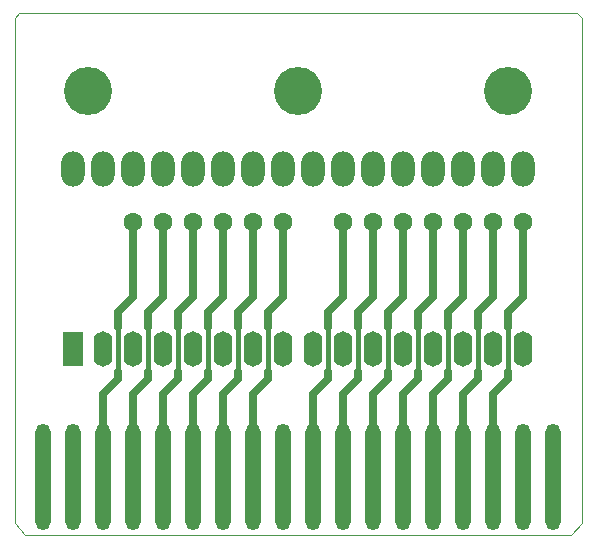
<source format=gtl>
G04 (created by PCBNEW (2013-07-07 BZR 4022)-stable) date 27/12/2022 09:25:50*
%MOIN*%
G04 Gerber Fmt 3.4, Leading zero omitted, Abs format*
%FSLAX34Y34*%
G01*
G70*
G90*
G04 APERTURE LIST*
%ADD10C,0.00590551*%
%ADD11C,0.00393701*%
%ADD12R,0.0708661X0.11811*%
%ADD13O,0.0629921X0.11811*%
%ADD14O,0.0787402X0.11811*%
%ADD15O,0.0511811X0.354331*%
%ADD16C,0.16*%
%ADD17C,0.0629921*%
%ADD18C,0.015748*%
%ADD19C,0.0275591*%
G04 APERTURE END LIST*
G54D10*
G54D11*
X0Y-17000D02*
X350Y-17400D01*
X18550Y-17400D02*
X350Y-17400D01*
X18900Y-17000D02*
X18900Y-150D01*
X0Y-17000D02*
X0Y-150D01*
X18900Y-17000D02*
X18550Y-17400D01*
X18750Y0D02*
X18900Y-150D01*
X150Y0D02*
X18750Y0D01*
X0Y-150D02*
X150Y0D01*
G54D12*
X1950Y-11200D03*
G54D13*
X2950Y-11200D03*
X3950Y-11200D03*
X4950Y-11200D03*
X5950Y-11200D03*
X6950Y-11200D03*
X7950Y-11200D03*
X8950Y-11200D03*
X9950Y-11200D03*
X10950Y-11200D03*
X11950Y-11200D03*
X12950Y-11200D03*
X13950Y-11200D03*
X14950Y-11200D03*
X15950Y-11200D03*
X16950Y-11200D03*
G54D14*
X16950Y-5200D03*
X15950Y-5200D03*
X14950Y-5200D03*
X13950Y-5200D03*
X12950Y-5200D03*
X11950Y-5200D03*
X10950Y-5200D03*
X9950Y-5200D03*
X8950Y-5200D03*
X7950Y-5200D03*
X6950Y-5200D03*
X5950Y-5200D03*
X4950Y-5200D03*
X3950Y-5200D03*
X2950Y-5200D03*
X1950Y-5200D03*
G54D15*
X950Y-15450D03*
X1950Y-15450D03*
X2950Y-15450D03*
X3950Y-15450D03*
X4950Y-15450D03*
X5950Y-15450D03*
X6950Y-15450D03*
X7950Y-15450D03*
X8950Y-15450D03*
X9950Y-15450D03*
X10950Y-15450D03*
X11950Y-15450D03*
X12950Y-15450D03*
X13950Y-15450D03*
X14950Y-15450D03*
X15950Y-15450D03*
X16950Y-15450D03*
X17950Y-15450D03*
G54D16*
X2450Y-2600D03*
X16450Y-2600D03*
X9450Y-2600D03*
G54D17*
X16950Y-6950D03*
X15950Y-6950D03*
X14950Y-6950D03*
X13950Y-6950D03*
X12950Y-6950D03*
X10950Y-6950D03*
X8950Y-6950D03*
X5950Y-6950D03*
X4950Y-6950D03*
X3950Y-6950D03*
X6950Y-6950D03*
X7950Y-6950D03*
X11950Y-6950D03*
G54D18*
X16450Y-10450D02*
X16450Y-11950D01*
G54D19*
X16950Y-9450D02*
X16450Y-9950D01*
X16450Y-9950D02*
X16450Y-10450D01*
X16950Y-6950D02*
X16950Y-9450D01*
X15950Y-12700D02*
X16450Y-12200D01*
X16450Y-12200D02*
X16450Y-11950D01*
X15950Y-12700D02*
X15950Y-15450D01*
G54D18*
X15450Y-10450D02*
X15450Y-11950D01*
G54D19*
X15950Y-9450D02*
X15450Y-9950D01*
X15450Y-9950D02*
X15450Y-10450D01*
X15950Y-6950D02*
X15950Y-9450D01*
X14950Y-12700D02*
X15450Y-12200D01*
X15450Y-12200D02*
X15450Y-11950D01*
X14950Y-12700D02*
X14950Y-15450D01*
G54D18*
X14450Y-10450D02*
X14450Y-11950D01*
G54D19*
X14950Y-9450D02*
X14450Y-9950D01*
X14450Y-9950D02*
X14450Y-10450D01*
X14950Y-6950D02*
X14950Y-9450D01*
X13950Y-12700D02*
X14450Y-12200D01*
X14450Y-12200D02*
X14450Y-11950D01*
X13950Y-12700D02*
X13950Y-15450D01*
G54D18*
X13450Y-11950D02*
X13450Y-10450D01*
G54D19*
X13950Y-9450D02*
X13450Y-9950D01*
X13450Y-9950D02*
X13450Y-10450D01*
X13950Y-6950D02*
X13950Y-9450D01*
X12950Y-12700D02*
X13450Y-12200D01*
X13450Y-12200D02*
X13450Y-11950D01*
X12950Y-12700D02*
X12950Y-15450D01*
G54D18*
X12450Y-11950D02*
X12450Y-10450D01*
G54D19*
X12950Y-9450D02*
X12450Y-9950D01*
X12450Y-9950D02*
X12450Y-10450D01*
X12950Y-6950D02*
X12950Y-9450D01*
X11950Y-12700D02*
X12450Y-12200D01*
X12450Y-12200D02*
X12450Y-11950D01*
X11950Y-12700D02*
X11950Y-15450D01*
G54D18*
X10450Y-11950D02*
X10450Y-10450D01*
G54D19*
X10950Y-9450D02*
X10450Y-9950D01*
X10450Y-9950D02*
X10450Y-10450D01*
X10950Y-6950D02*
X10950Y-9450D01*
X9950Y-12700D02*
X10450Y-12200D01*
X10450Y-12200D02*
X10450Y-11950D01*
X9950Y-12700D02*
X9950Y-15450D01*
G54D18*
X8450Y-10450D02*
X8450Y-11950D01*
G54D19*
X7950Y-12700D02*
X8450Y-12200D01*
X8450Y-12200D02*
X8450Y-11950D01*
X7950Y-15450D02*
X7950Y-12700D01*
X8950Y-9450D02*
X8950Y-6950D01*
X8450Y-9950D02*
X8450Y-10450D01*
X8950Y-9450D02*
X8450Y-9950D01*
G54D18*
X5450Y-10450D02*
X5450Y-11950D01*
G54D19*
X4950Y-15450D02*
X4950Y-12700D01*
X4950Y-12700D02*
X5450Y-12200D01*
X5450Y-11950D02*
X5450Y-12200D01*
X5450Y-9950D02*
X5450Y-10450D01*
X5950Y-9450D02*
X5950Y-6950D01*
X5950Y-9450D02*
X5450Y-9950D01*
G54D18*
X4450Y-10450D02*
X4450Y-11950D01*
G54D19*
X3950Y-15450D02*
X3950Y-12700D01*
X3950Y-12700D02*
X4450Y-12200D01*
X4450Y-11950D02*
X4450Y-12200D01*
X4450Y-9950D02*
X4450Y-10450D01*
X4950Y-9450D02*
X4950Y-6950D01*
X4950Y-9450D02*
X4450Y-9950D01*
G54D18*
X3450Y-10450D02*
X3450Y-11950D01*
G54D19*
X3950Y-9450D02*
X3450Y-9950D01*
X3950Y-9450D02*
X3950Y-6950D01*
X3450Y-9950D02*
X3450Y-10450D01*
X3450Y-11950D02*
X3450Y-12200D01*
X2950Y-12700D02*
X3450Y-12200D01*
X2950Y-15450D02*
X2950Y-12700D01*
G54D18*
X6450Y-12200D02*
X6450Y-10450D01*
G54D19*
X6450Y-9950D02*
X6450Y-10450D01*
X6950Y-9450D02*
X6950Y-6950D01*
X6950Y-9450D02*
X6450Y-9950D01*
X6450Y-11950D02*
X6450Y-12200D01*
X5950Y-12700D02*
X6450Y-12200D01*
X5950Y-12700D02*
X5950Y-15450D01*
G54D18*
X7450Y-10450D02*
X7450Y-11950D01*
G54D19*
X6950Y-15450D02*
X6950Y-12700D01*
X6950Y-12700D02*
X7450Y-12200D01*
X7450Y-11950D02*
X7450Y-12200D01*
X7450Y-9950D02*
X7450Y-10450D01*
X7950Y-9450D02*
X7950Y-6950D01*
X7950Y-9450D02*
X7450Y-9950D01*
G54D18*
X11450Y-11950D02*
X11450Y-10450D01*
G54D19*
X11950Y-9450D02*
X11450Y-9950D01*
X11450Y-9950D02*
X11450Y-10450D01*
X11950Y-6950D02*
X11950Y-9450D01*
X10950Y-12700D02*
X11450Y-12200D01*
X11450Y-12200D02*
X11450Y-11950D01*
X10950Y-12700D02*
X10950Y-15450D01*
M02*

</source>
